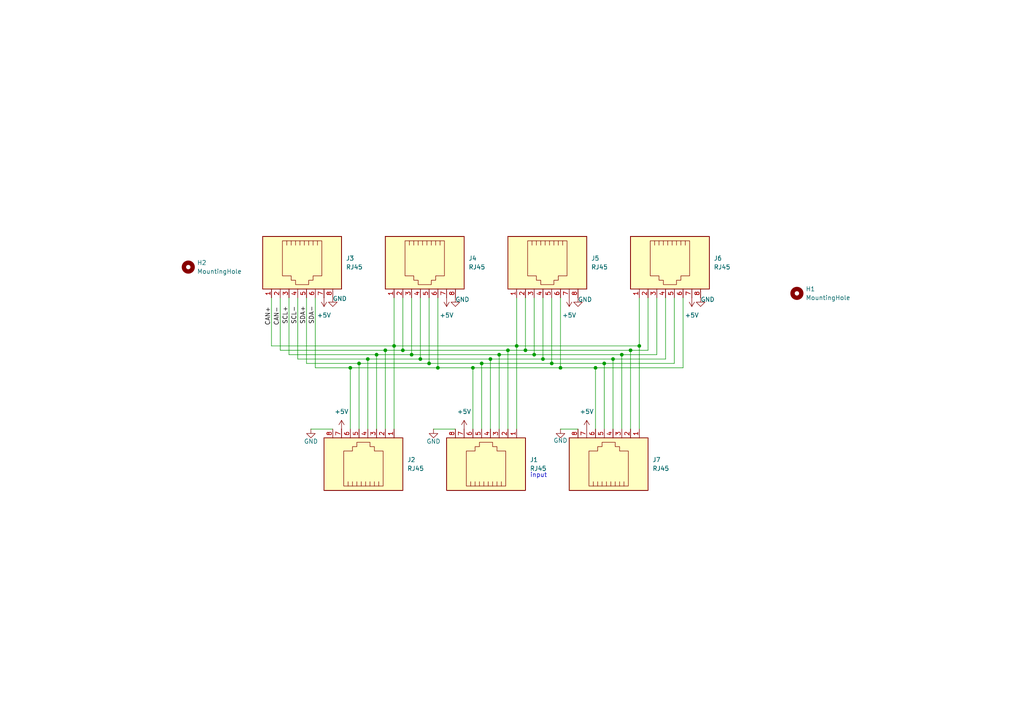
<source format=kicad_sch>
(kicad_sch (version 20231120) (generator "eeschema") (generator_version "8.0")
  (paper "A4")
  (lib_symbols
    (symbol "Connector:RJ45" (pin_names (offset 1.016))
      (property "Reference" "J" (at -5.08 13.97 0))
      (property "Value" "RJ45" (at 2.54 13.97 0))
      (symbol "RJ45_0_1"
        (polyline (pts (xy -5.08 4.445) (xy -6.35 4.445)))
        (polyline (pts (xy -5.08 5.715) (xy -6.35 5.715)))
        (polyline (pts (xy -6.35 -3.175) (xy -5.08 -3.175) (xy -5.08 -3.175)))
        (polyline (pts (xy -6.35 -1.905) (xy -5.08 -1.905) (xy -5.08 -1.905)))
        (polyline (pts (xy -6.35 -0.635) (xy -5.08 -0.635) (xy -5.08 -0.635)))
        (polyline (pts (xy -6.35 0.635) (xy -5.08 0.635) (xy -5.08 0.635)))
        (polyline (pts (xy -6.35 1.905) (xy -5.08 1.905) (xy -5.08 1.905)))
        (polyline (pts (xy -5.08 3.175) (xy -6.35 3.175) (xy -6.35 3.175)))
        (polyline (pts (xy -6.35 -4.445) (xy -6.35 6.985) (xy 3.81 6.985) (xy 3.81 4.445) (xy 5.08 4.445) (xy 5.08 3.175) (xy 6.35 3.175) (xy 6.35 -0.635) (xy 5.08 -0.635) (xy 5.08 -1.905) (xy 3.81 -1.905) (xy 3.81 -4.445) (xy -6.35 -4.445) (xy -6.35 -4.445)))
        (rectangle (start 7.62 12.7) (end -7.62 -10.16) (stroke (width 0.254)) (fill (type background)))
      )
      (symbol "RJ45_1_1"
        (pin passive line (at 10.16 -7.62 180) (length 2.54) (name "~") (number "1"))
        (pin passive line (at 10.16 -5.08 180) (length 2.54) (name "~") (number "2"))
        (pin passive line (at 10.16 -2.54 180) (length 2.54) (name "~") (number "3"))
        (pin passive line (at 10.16 0 180) (length 2.54) (name "~") (number "4"))
        (pin passive line (at 10.16 2.54 180) (length 2.54) (name "~") (number "5"))
        (pin passive line (at 10.16 5.08 180) (length 2.54) (name "~") (number "6"))
        (pin passive line (at 10.16 7.62 180) (length 2.54) (name "~") (number "7"))
        (pin passive line (at 10.16 10.16 180) (length 2.54) (name "~") (number "8"))
      )
    )
    (symbol "Mechanical:MountingHole" (pin_names (offset 1.016)) (exclude_from_sim yes) (in_bom no)
      (property "Reference" "H" (at 0 5.08 0))
      (property "Value" "MountingHole" (at 0 3.175 0))
      (symbol "MountingHole_0_1"
        (circle (center 0 0) (radius 1.27) (stroke (width 1.27)))
      )
    )
    (symbol "power:+5V" (power) (pin_numbers hide) (pin_names (offset 0) hide)
      (property "Value" "+5V" (at 0 3.556 0))
      (symbol "+5V_0_1"
        (polyline (pts (xy -0.762 1.27) (xy 0 2.54)))
        (polyline (pts (xy 0 0) (xy 0 2.54)))
        (polyline (pts (xy 0 2.54) (xy 0.762 1.27)))
      )
      (symbol "+5V_1_1"
        (pin power_in line (at 0 0 90) (length 0) (name "~") (number "1"))
      )
    )
    (symbol "power:GND" (power) (pin_numbers hide) (pin_names (offset 0) hide)
      (property "Value" "GND" (at 0 -3.81 0))
      (symbol "GND_0_1"
        (polyline (pts (xy 0 0) (xy 0 -1.27) (xy 1.27 -1.27) (xy 0 -2.54) (xy -1.27 -1.27) (xy 0 -1.27)))
      )
      (symbol "GND_1_1"
        (pin power_in line (at 0 0 270) (length 0) (name "~") (number "1"))
      )
    )
  )
  (junction (at 180.34 102.87))
  (junction (at 172.72 106.68))
  (junction (at 147.32 101.6))
  (junction (at 116.84 101.6))
  (junction (at 111.76 101.6))
  (junction (at 109.22 102.87))
  (junction (at 152.4 101.6))
  (junction (at 175.26 105.41))
  (junction (at 139.7 105.41))
  (junction (at 137.16 106.68))
  (junction (at 101.6 106.68))
  (junction (at 119.38 102.87))
  (junction (at 124.46 105.41))
  (junction (at 182.88 101.6))
  (junction (at 144.78 102.87))
  (junction (at 121.92 104.14))
  (junction (at 149.86 100.33))
  (junction (at 104.14 105.41))
  (junction (at 157.48 104.14))
  (junction (at 127 106.68))
  (junction (at 177.8 104.14))
  (junction (at 160.02 105.41))
  (junction (at 106.68 104.14))
  (junction (at 154.94 102.87))
  (junction (at 142.24 104.14))
  (junction (at 114.3 100.33))
  (junction (at 162.56 106.68))
  (junction (at 185.42 100.33))
  (wire (pts (xy 119.38 86.36) (xy 119.38 102.87)))
  (wire (pts (xy 139.7 105.41) (xy 139.7 124.46)))
  (wire (pts (xy 195.58 105.41) (xy 195.58 86.36)))
  (wire (pts (xy 149.86 100.33) (xy 149.86 124.46)))
  (wire (pts (xy 124.46 86.36) (xy 124.46 105.41)))
  (wire (pts (xy 182.88 101.6) (xy 182.88 124.46)))
  (wire (pts (xy 172.72 106.68) (xy 172.72 124.46)))
  (wire (pts (xy 172.72 106.68) (xy 198.12 106.68)))
  (wire (pts (xy 185.42 100.33) (xy 185.42 124.46)))
  (wire (pts (xy 109.22 102.87) (xy 119.38 102.87)))
  (wire (pts (xy 182.88 101.6) (xy 187.96 101.6)))
  (wire (pts (xy 78.74 86.36) (xy 78.74 100.33)))
  (wire (pts (xy 83.82 102.87) (xy 109.22 102.87)))
  (wire (pts (xy 116.84 101.6) (xy 147.32 101.6)))
  (wire (pts (xy 154.94 86.36) (xy 154.94 102.87)))
  (wire (pts (xy 162.56 106.68) (xy 137.16 106.68)))
  (wire (pts (xy 119.38 102.87) (xy 144.78 102.87)))
  (wire (pts (xy 193.04 86.36) (xy 193.04 104.14)))
  (wire (pts (xy 154.94 102.87) (xy 180.34 102.87)))
  (wire (pts (xy 142.24 104.14) (xy 142.24 124.46)))
  (wire (pts (xy 81.28 101.6) (xy 111.76 101.6)))
  (wire (pts (xy 127 106.68) (xy 101.6 106.68)))
  (wire (pts (xy 125.73 124.46) (xy 132.08 124.46)))
  (wire (pts (xy 180.34 102.87) (xy 180.34 124.46)))
  (wire (pts (xy 152.4 101.6) (xy 182.88 101.6)))
  (wire (pts (xy 172.72 106.68) (xy 162.56 106.68)))
  (wire (pts (xy 180.34 102.87) (xy 190.5 102.87)))
  (wire (pts (xy 83.82 86.36) (xy 83.82 102.87)))
  (wire (pts (xy 86.36 86.36) (xy 86.36 104.14)))
  (wire (pts (xy 86.36 104.14) (xy 106.68 104.14)))
  (wire (pts (xy 101.6 106.68) (xy 101.6 124.46)))
  (wire (pts (xy 106.68 104.14) (xy 121.92 104.14)))
  (wire (pts (xy 152.4 86.36) (xy 152.4 101.6)))
  (wire (pts (xy 104.14 105.41) (xy 104.14 124.46)))
  (wire (pts (xy 142.24 104.14) (xy 157.48 104.14)))
  (wire (pts (xy 177.8 104.14) (xy 193.04 104.14)))
  (wire (pts (xy 162.56 86.36) (xy 162.56 106.68)))
  (wire (pts (xy 144.78 102.87) (xy 154.94 102.87)))
  (wire (pts (xy 175.26 105.41) (xy 175.26 124.46)))
  (wire (pts (xy 149.86 86.36) (xy 149.86 100.33)))
  (wire (pts (xy 111.76 101.6) (xy 111.76 124.46)))
  (wire (pts (xy 88.9 105.41) (xy 104.14 105.41)))
  (wire (pts (xy 127 86.36) (xy 127 106.68)))
  (wire (pts (xy 190.5 86.36) (xy 190.5 102.87)))
  (wire (pts (xy 177.8 104.14) (xy 177.8 124.46)))
  (wire (pts (xy 114.3 100.33) (xy 114.3 124.46)))
  (wire (pts (xy 198.12 86.36) (xy 198.12 106.68)))
  (wire (pts (xy 162.56 124.46) (xy 167.64 124.46)))
  (wire (pts (xy 90.17 124.46) (xy 96.52 124.46)))
  (wire (pts (xy 147.32 101.6) (xy 147.32 124.46)))
  (wire (pts (xy 175.26 105.41) (xy 195.58 105.41)))
  (wire (pts (xy 157.48 86.36) (xy 157.48 104.14)))
  (wire (pts (xy 137.16 106.68) (xy 127 106.68)))
  (wire (pts (xy 160.02 105.41) (xy 175.26 105.41)))
  (wire (pts (xy 149.86 100.33) (xy 185.42 100.33)))
  (wire (pts (xy 144.78 102.87) (xy 144.78 124.46)))
  (wire (pts (xy 81.28 86.36) (xy 81.28 101.6)))
  (wire (pts (xy 116.84 101.6) (xy 111.76 101.6)))
  (wire (pts (xy 91.44 86.36) (xy 91.44 106.68)))
  (wire (pts (xy 114.3 86.36) (xy 114.3 100.33)))
  (wire (pts (xy 139.7 105.41) (xy 160.02 105.41)))
  (wire (pts (xy 187.96 86.36) (xy 187.96 101.6)))
  (wire (pts (xy 121.92 104.14) (xy 142.24 104.14)))
  (wire (pts (xy 101.6 106.68) (xy 91.44 106.68)))
  (wire (pts (xy 104.14 105.41) (xy 124.46 105.41)))
  (wire (pts (xy 88.9 86.36) (xy 88.9 105.41)))
  (wire (pts (xy 114.3 100.33) (xy 149.86 100.33)))
  (wire (pts (xy 106.68 104.14) (xy 106.68 124.46)))
  (wire (pts (xy 109.22 102.87) (xy 109.22 124.46)))
  (wire (pts (xy 185.42 86.36) (xy 185.42 100.33)))
  (wire (pts (xy 157.48 104.14) (xy 177.8 104.14)))
  (wire (pts (xy 137.16 106.68) (xy 137.16 124.46)))
  (wire (pts (xy 160.02 86.36) (xy 160.02 105.41)))
  (wire (pts (xy 121.92 86.36) (xy 121.92 104.14)))
  (wire (pts (xy 124.46 105.41) (xy 139.7 105.41)))
  (wire (pts (xy 116.84 86.36) (xy 116.84 101.6)))
  (wire (pts (xy 147.32 101.6) (xy 152.4 101.6)))
  (wire (pts (xy 78.74 100.33) (xy 114.3 100.33)))
  (text "input" (at 156.21 137.922 0) (effects (font (size 1.27 1.27))))
  (label "SCL+" (at 83.82 93.98 90))
  (label "CAN+" (at 78.74 88.9 270))
  (label "SCL-" (at 86.36 93.98 90))
  (label "CAN-" (at 81.28 88.9 270))
  (label "SDA-" (at 91.44 93.98 90))
  (label "SDA+" (at 88.9 93.98 90))
  (symbol (lib_id "power:+5V") (at 129.54 86.36 180) (unit 1)
    (property "Reference" "#PWR03" (effects (hide yes)))
    (property "Value" "+5V" (at 129.54 91.44 0))
    (property "Description" "Power symbol creates a global label with name \"+5V\"" (effects (hide yes)))
  )
  (symbol (lib_id "Connector:RJ45") (at 106.68 134.62 90) (unit 1)
    (property "Reference" "J2" (at 118.11 133.3499 90) (effects (justify right)))
    (property "Value" "RJ45" (at 118.11 135.8899 90) (effects (justify right)))
    (property "Footprint" "Connector_RJ:RJ45_Amphenol_54602-x08_Horizontal" (effects (hide yes)))
    (property "Description" "RJ connector, 8P8C (8 positions 8 connected)" (effects (hide yes)))
  )
  (symbol (lib_id "power:+5V") (at 170.18 124.46 0) (unit 1)
    (property "Reference" "#PWR06" (effects (hide yes)))
    (property "Value" "+5V" (at 170.18 119.38 0))
    (property "Description" "Power symbol creates a global label with name \"+5V\"" (effects (hide yes)))
  )
  (symbol (lib_id "Connector:RJ45") (at 121.92 76.2 270) (unit 1)
    (property "Reference" "J4" (at 135.89 74.9299 90) (effects (justify left)))
    (property "Value" "RJ45" (at 135.89 77.4699 90) (effects (justify left)))
    (property "Footprint" "Connector_RJ:RJ45_Amphenol_54602-x08_Horizontal" (effects (hide yes)))
    (property "Description" "RJ connector, 8P8C (8 positions 8 connected)" (effects (hide yes)))
  )
  (symbol (lib_id "power:+5V") (at 93.98 86.36 180) (unit 1)
    (property "Reference" "#PWR01" (effects (hide yes)))
    (property "Value" "+5V" (at 93.98 91.44 0))
    (property "Description" "Power symbol creates a global label with name \"+5V\"" (effects (hide yes)))
  )
  (symbol (lib_id "Connector:RJ45") (at 157.48 76.2 270) (unit 1)
    (property "Reference" "J5" (at 171.45 74.9299 90) (effects (justify left)))
    (property "Value" "RJ45" (at 171.45 77.4699 90) (effects (justify left)))
    (property "Footprint" "Connector_RJ:RJ45_Amphenol_54602-x08_Horizontal" (effects (hide yes)))
    (property "Description" "RJ connector, 8P8C (8 positions 8 connected)" (effects (hide yes)))
  )
  (symbol (lib_id "power:+5V") (at 200.66 86.36 180) (unit 1)
    (property "Reference" "#PWR07" (effects (hide yes)))
    (property "Value" "+5V" (at 200.66 91.44 0))
    (property "Description" "Power symbol creates a global label with name \"+5V\"" (effects (hide yes)))
  )
  (symbol (lib_id "power:GND") (at 167.64 86.36 0) (unit 1)
    (property "Reference" "#PWR014" (effects (hide yes)))
    (property "Value" "GND" (at 169.672 86.868 0))
    (property "Description" "Power symbol creates a global label with name \"GND\" , ground" (effects (hide yes)))
  )
  (symbol (lib_id "Connector:RJ45") (at 86.36 76.2 270) (unit 1)
    (property "Reference" "J3" (at 100.33 74.9299 90) (effects (justify left)))
    (property "Value" "RJ45" (at 100.33 77.4699 90) (effects (justify left)))
    (property "Footprint" "Connector_RJ:RJ45_Amphenol_54602-x08_Horizontal" (effects (hide yes)))
    (property "Description" "RJ connector, 8P8C (8 positions 8 connected)" (effects (hide yes)))
  )
  (symbol (lib_id "power:GND") (at 125.73 124.46 0) (unit 1)
    (property "Reference" "#PWR010" (effects (hide yes)))
    (property "Value" "GND" (at 125.73 128.016 0))
    (property "Description" "Power symbol creates a global label with name \"GND\" , ground" (effects (hide yes)))
  )
  (symbol (lib_id "Connector:RJ45") (at 193.04 76.2 270) (unit 1)
    (property "Reference" "J6" (at 207.01 74.9299 90) (effects (justify left)))
    (property "Value" "RJ45" (at 207.01 77.4699 90) (effects (justify left)))
    (property "Footprint" "Connector_RJ:RJ45_Amphenol_54602-x08_Horizontal" (effects (hide yes)))
    (property "Description" "RJ connector, 8P8C (8 positions 8 connected)" (effects (hide yes)))
  )
  (symbol (lib_id "power:+5V") (at 134.62 124.46 0) (unit 1)
    (property "Reference" "#PWR04" (effects (hide yes)))
    (property "Value" "+5V" (at 134.62 119.38 0))
    (property "Description" "Power symbol creates a global label with name \"+5V\"" (effects (hide yes)))
  )
  (symbol (lib_id "Connector:RJ45") (at 177.8 134.62 90) (unit 1)
    (property "Reference" "J7" (at 189.23 133.3499 90) (effects (justify right)))
    (property "Value" "RJ45" (at 189.23 135.8899 90) (effects (justify right)))
    (property "Footprint" "Connector_RJ:RJ45_Amphenol_54602-x08_Horizontal" (effects (hide yes)))
    (property "Description" "RJ connector, 8P8C (8 positions 8 connected)" (effects (hide yes)))
  )
  (symbol (lib_id "power:GND") (at 90.17 124.46 0) (unit 1)
    (property "Reference" "#PWR011" (effects (hide yes)))
    (property "Value" "GND" (at 88.138 128.016 0) (effects (justify left)))
    (property "Description" "Power symbol creates a global label with name \"GND\" , ground" (effects (hide yes)))
  )
  (symbol (lib_id "power:GND") (at 162.56 124.46 0) (unit 1)
    (property "Reference" "#PWR09" (effects (hide yes)))
    (property "Value" "GND" (at 162.56 127.762 0))
    (property "Description" "Power symbol creates a global label with name \"GND\" , ground" (effects (hide yes)))
  )
  (symbol (lib_id "power:GND") (at 203.2 86.36 0) (unit 1)
    (property "Reference" "#PWR08" (effects (hide yes)))
    (property "Value" "GND" (at 205.232 86.868 0))
    (property "Description" "Power symbol creates a global label with name \"GND\" , ground" (effects (hide yes)))
  )
  (symbol (lib_id "Mechanical:MountingHole") (at 54.61 77.47 0) (unit 1) (exclude_from_sim yes) (in_bom no)
    (property "Reference" "H2" (at 57.15 76.1999 0) (effects (justify left)))
    (property "Value" "MountingHole" (at 57.15 78.7399 0) (effects (justify left)))
    (property "Footprint" "MountingHole:MountingHole_3.2mm_M3" (effects (hide yes)))
    (property "Description" "Mounting Hole without connection" (effects (hide yes)))
  )
  (symbol (lib_id "power:+5V") (at 165.1 86.36 180) (unit 1)
    (property "Reference" "#PWR05" (effects (hide yes)))
    (property "Value" "+5V" (at 165.1 91.44 0))
    (property "Description" "Power symbol creates a global label with name \"+5V\"" (effects (hide yes)))
  )
  (symbol (lib_id "Connector:RJ45") (at 142.24 134.62 90) (unit 1)
    (property "Reference" "J1" (at 153.67 133.3499 90) (effects (justify right)))
    (property "Value" "RJ45" (at 153.67 135.8899 90) (effects (justify right)))
    (property "Footprint" "Connector_RJ:RJ45_Amphenol_54602-x08_Horizontal" (effects (hide yes)))
    (property "Description" "RJ connector, 8P8C (8 positions 8 connected)" (effects (hide yes)))
  )
  (symbol (lib_id "Mechanical:MountingHole") (at 231.14 85.09 0) (unit 1) (exclude_from_sim yes) (in_bom no)
    (property "Reference" "H1" (at 233.68 83.8199 0) (effects (justify left)))
    (property "Value" "MountingHole" (at 233.68 86.3599 0) (effects (justify left)))
    (property "Footprint" "MountingHole:MountingHole_3.2mm_M3" (effects (hide yes)))
    (property "Description" "Mounting Hole without connection" (effects (hide yes)))
  )
  (symbol (lib_id "power:GND") (at 132.08 86.36 0) (unit 1)
    (property "Reference" "#PWR013" (effects (hide yes)))
    (property "Value" "GND" (at 134.112 86.868 0))
    (property "Description" "Power symbol creates a global label with name \"GND\" , ground" (effects (hide yes)))
  )
  (symbol (lib_id "power:+5V") (at 99.06 124.46 0) (unit 1)
    (property "Reference" "#PWR02" (effects (hide yes)))
    (property "Value" "+5V" (at 99.06 119.38 0))
    (property "Description" "Power symbol creates a global label with name \"+5V\"" (effects (hide yes)))
  )
  (symbol (lib_id "power:GND") (at 96.52 86.36 0) (unit 1)
    (property "Reference" "#PWR012" (effects (hide yes)))
    (property "Value" "GND" (at 98.552 86.614 0))
    (property "Description" "Power symbol creates a global label with name \"GND\" , ground" (effects (hide yes)))
  )
)
</source>
